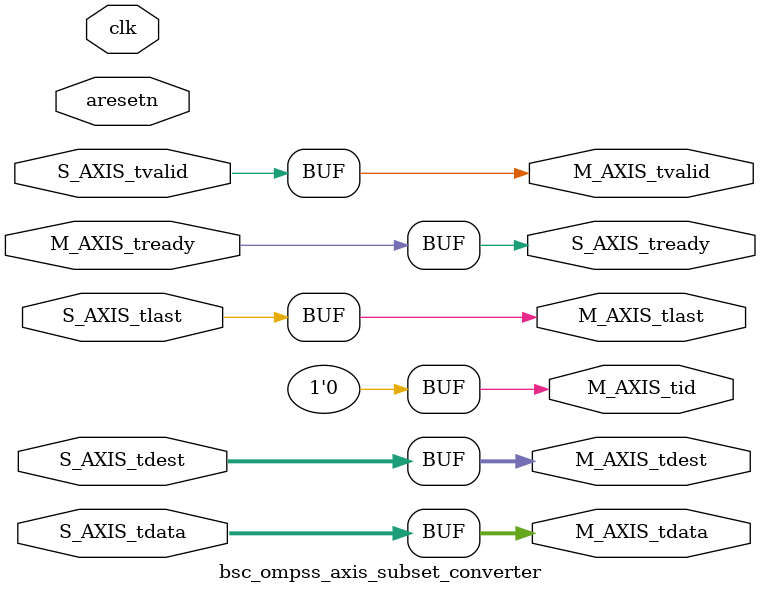
<source format=v>
/*------------------------------------------------------------------------*/
/*    (C) Copyright 2017-2022 Barcelona Supercomputing Center             */
/*                            Centro Nacional de Supercomputacion         */
/*                                                                        */
/*    This file is part of OmpSs@FPGA toolchain.                          */
/*                                                                        */
/*    This code is free software; you can redistribute it and/or modify   */
/*    it under the terms of the GNU Lesser General Public License as      */
/*    published by the Free Software Foundation; either version 3 of      */
/*    the License, or (at your option) any later version.                 */
/*                                                                        */
/*    OmpSs@FPGA toolchain is distributed in the hope that it will be     */
/*    useful, but WITHOUT ANY WARRANTY; without even the implied          */
/*    warranty of MERCHANTABILITY or FITNESS FOR A PARTICULAR PURPOSE.    */
/*    See the GNU Lesser General Public License for more details.         */
/*                                                                        */
/*    You should have received a copy of the GNU Lesser General Public    */
/*    License along with this code. If not, see <www.gnu.org/licenses/>.  */
/*------------------------------------------------------------------------*/

module bsc_ompss_axis_subset_converter #(
    parameter ID_WIDTH = 1,
    parameter [ID_WIDTH-1:0] ID = 0
) (
    input clk,
    input aresetn,

    input [63:0] S_AXIS_tdata,
    input  [1:0] S_AXIS_tdest,
    input        S_AXIS_tlast,
    input        S_AXIS_tvalid,
    input        M_AXIS_tready,

    output         [63:0] M_AXIS_tdata,
    output          [1:0] M_AXIS_tdest,
    output [ID_WIDTH-1:0] M_AXIS_tid,
    output                M_AXIS_tlast,
    output                M_AXIS_tvalid,
    output                S_AXIS_tready
);

    assign M_AXIS_tdata  = S_AXIS_tdata;
    assign M_AXIS_tdest  = S_AXIS_tdest;
    assign M_AXIS_tid    = ID;
    assign M_AXIS_tlast  = S_AXIS_tlast;
    assign M_AXIS_tvalid = S_AXIS_tvalid;
    assign S_AXIS_tready = M_AXIS_tready;

endmodule

</source>
